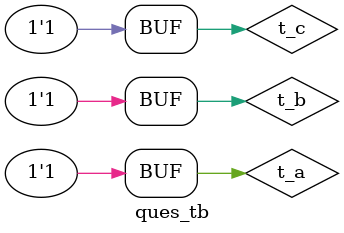
<source format=v>
module ques_tb;

reg t_a,t_b,t_c;
wire t_z;
ques my_gate(t_a,t_b,t_c,t_z);
initial
begin
   $monitor("A=%b , B= %b , C= %b , z= %b ",t_a,t_b,t_c,t_z);
   t_a=1'b0;
   t_b=1'b0;
   t_c=1'b0;
   #10
   
   t_a=1'b0;
   t_b=1'b0;
   t_c=1'b1;
   #10
   
   t_a=1'b0;
   t_b=1'b1;
   t_c=1'b0;
   #10

   t_a=1'b0;
   t_b=1'b1;
   t_c=1'b1;
   #10
   
   t_a=1'b1;
   t_b=1'b0;
   t_c=1'b0;
   #10
   
   t_a=1'b1;
   t_b=1'b0;
   t_c=1'b1;
   #10
   
   t_a=1'b1;
   t_b=1'b1;
   t_c=1'b0;
   #10
   
   t_a=1'b1;
   t_b=1'b1;
   t_c=1'b1;
   
end
endmodule
</source>
